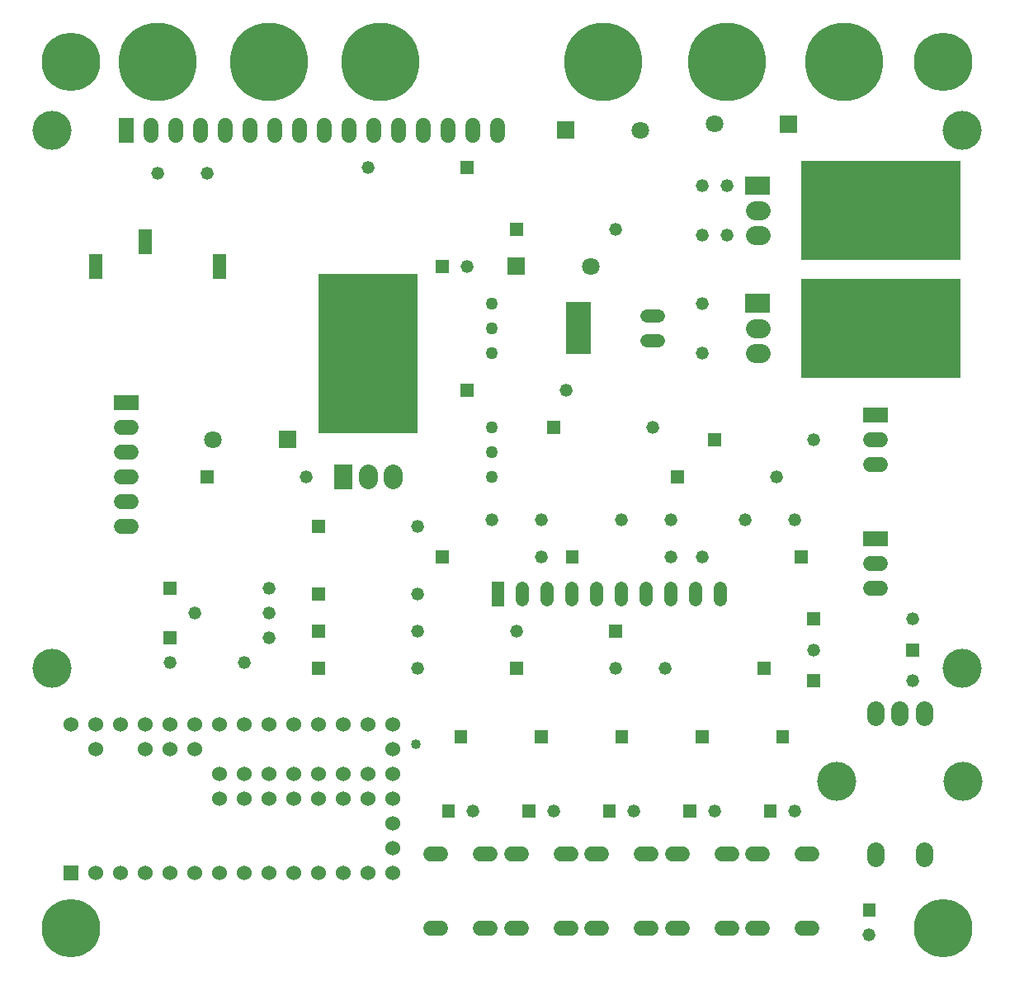
<source format=gts>
%FSLAX24Y24*%
%MOIN*%
%ADD10C,0.0400*%
%ADD11C,0.0500*%
%ADD12C,0.0520*%
%ADD13C,0.0591*%
%ADD14C,0.0600*%
%ADD15C,0.0700*%
%ADD16C,0.0709*%
%ADD17C,0.0750*%
%ADD18C,0.1575*%
%ADD19C,0.2362*%
%ADD20C,0.3150*%
D10*
G01X15954Y9683D03*
D11*
G01X19000Y26500D03*
X19000Y27500D03*
X19000Y25500D03*
X19000Y21500D03*
X19000Y22500D03*
X19000Y20500D03*
D12*
G01X18250Y7000D03*
X36000Y12249D03*
X32000Y13500D03*
X24250Y18750D03*
X26250Y18750D03*
X30500Y20500D03*
X10000Y16000D03*
X24750Y7000D03*
X16000Y15750D03*
X27500Y27500D03*
X27500Y25500D03*
X28500Y30250D03*
X28500Y32250D03*
X26250Y17250D03*
X16000Y12749D03*
X29250Y18750D03*
X31250Y18750D03*
X24000Y30500D03*
X34250Y1999D03*
X13999Y33000D03*
X27500Y30250D03*
X27500Y32250D03*
X10000Y13999D03*
X21499Y7000D03*
X31250Y7000D03*
X7500Y32750D03*
X5499Y32750D03*
X18000Y29000D03*
X10000Y15000D03*
X7000Y15000D03*
X32000Y22000D03*
X21000Y17250D03*
X11500Y20500D03*
X25500Y22500D03*
X27500Y17250D03*
X22000Y24000D03*
X36000Y14750D03*
X28000Y7000D03*
X16000Y18500D03*
X19000Y18750D03*
X21000Y18750D03*
X26000Y12750D03*
X24000Y12749D03*
X20000Y14250D03*
X6000Y13000D03*
X9000Y13000D03*
X16000Y14250D03*
X25260Y26000D02*
X25740Y26000D01*
X25260Y27000D02*
X25740Y27000D01*
X20250Y15510D02*
X20250Y15990D01*
X24250Y15510D02*
X24250Y15990D01*
X25250Y15510D02*
X25250Y15990D01*
X23250Y15510D02*
X23250Y15990D01*
X26250Y15510D02*
X26250Y15990D01*
X28250Y15510D02*
X28250Y15990D01*
X27250Y15510D02*
X27250Y15990D01*
X21250Y15510D02*
X21250Y15990D01*
X22250Y15510D02*
X22250Y15990D01*
D13*
G01X14250Y34295D02*
X14250Y34704D01*
X9250Y34295D02*
X9250Y34704D01*
X7250Y34295D02*
X7250Y34704D01*
X12250Y34295D02*
X12250Y34704D01*
X19250Y34295D02*
X19250Y34704D01*
X6250Y34295D02*
X6250Y34704D01*
X8250Y34295D02*
X8250Y34704D01*
X11250Y34295D02*
X11250Y34704D01*
X16250Y34295D02*
X16250Y34704D01*
X15250Y34295D02*
X15250Y34704D01*
X5250Y34295D02*
X5250Y34704D01*
X18250Y34295D02*
X18250Y34704D01*
X17250Y34295D02*
X17250Y34704D01*
X10250Y34295D02*
X10250Y34704D01*
X13250Y34295D02*
X13250Y34704D01*
D14*
G01X11000Y4500D03*
X14000Y7500D03*
X3000Y4500D03*
X3000Y9500D03*
X14000Y4500D03*
X8000Y4500D03*
X13000Y8500D03*
X15000Y8500D03*
X11000Y10500D03*
X4000Y10500D03*
X15000Y10500D03*
X12000Y7500D03*
X9000Y7500D03*
X15000Y4500D03*
X12000Y10500D03*
X6000Y9500D03*
X7000Y10500D03*
X6000Y10500D03*
X13000Y4500D03*
X10000Y8500D03*
X3000Y10500D03*
X13000Y10500D03*
X5000Y10500D03*
X15000Y7500D03*
X11000Y7500D03*
X7000Y9500D03*
X12000Y8500D03*
X9000Y8500D03*
X13000Y7500D03*
X10000Y7500D03*
X5000Y4500D03*
X15000Y9500D03*
X15000Y5500D03*
X15000Y6500D03*
X5000Y9500D03*
X10000Y4500D03*
X7000Y4500D03*
X9000Y10500D03*
X8000Y8500D03*
X8000Y7500D03*
X14000Y8500D03*
X4000Y4500D03*
X6000Y4500D03*
X8000Y10500D03*
X11000Y8500D03*
X10000Y10500D03*
X12000Y4500D03*
X9000Y4500D03*
X14000Y10500D03*
X2000Y10500D03*
X31950Y5250D02*
X31550Y5250D01*
X31950Y2250D02*
X31550Y2250D01*
X29950Y5250D02*
X29550Y5250D01*
X29950Y2250D02*
X29550Y2250D01*
X34300Y16000D02*
X34700Y16000D01*
X34300Y17000D02*
X34700Y17000D01*
X25450Y5250D02*
X25050Y5250D01*
X25450Y2250D02*
X25050Y2250D01*
X23450Y5250D02*
X23050Y5250D01*
X23450Y2250D02*
X23050Y2250D01*
X18950Y5250D02*
X18550Y5250D01*
X18950Y2250D02*
X18550Y2250D01*
X16950Y5250D02*
X16550Y5250D01*
X16950Y2250D02*
X16550Y2250D01*
X34300Y21000D02*
X34700Y21000D01*
X34300Y22000D02*
X34700Y22000D01*
X4450Y19499D02*
X4050Y19499D01*
X4450Y18500D02*
X4050Y18500D01*
X4450Y21499D02*
X4050Y21499D01*
X4450Y20500D02*
X4050Y20500D01*
X4450Y22500D02*
X4050Y22500D01*
X28699Y5250D02*
X28300Y5250D01*
X28699Y2250D02*
X28300Y2250D01*
X26700Y5250D02*
X26300Y5250D01*
X26700Y2250D02*
X26300Y2250D01*
X22199Y5250D02*
X21799Y5250D01*
X22199Y2250D02*
X21799Y2250D01*
X20200Y5250D02*
X19800Y5250D01*
X20200Y2250D02*
X19800Y2250D01*
D15*
G01X36468Y5100D02*
X36468Y5399D01*
X34500Y10808D02*
X34500Y11108D01*
X34500Y5100D02*
X34500Y5399D01*
X36468Y10808D02*
X36468Y11108D01*
X35484Y10808D02*
X35484Y11108D01*
D16*
G01X7750Y22000D03*
X28000Y34749D03*
X23000Y29000D03*
X25000Y34500D03*
D17*
G01X14000Y20375D02*
X14000Y20625D01*
X15000Y20375D02*
X15000Y20625D01*
X29625Y30250D02*
X29875Y30250D01*
X29625Y31250D02*
X29875Y31250D01*
X29625Y25500D02*
X29875Y25500D01*
X29625Y26500D02*
X29875Y26500D01*
D18*
G01X1250Y12750D03*
X38000Y12750D03*
X1250Y34500D03*
X38000Y34500D03*
X32925Y8202D03*
X38043Y8202D03*
D19*
G01X37250Y37250D03*
X2000Y2250D03*
X37250Y2250D03*
X2000Y37250D03*
D20*
G01X23500Y37250D03*
X14500Y37250D03*
X33250Y37250D03*
X10000Y37250D03*
X28500Y37250D03*
X5500Y37250D03*
G36*
X17510Y7260D02*G01*
X16990Y7260D01*X16990Y6740D01*X17510Y6740D01*G37*
G36*
X23000Y26550D02*G01*
X22000Y26550D01*X22000Y25450D01*X23000Y25450D01*G37*
G36*
X23000Y27550D02*G01*
X22000Y27550D01*X22000Y26450D01*X23000Y26450D01*G37*
G36*
X32260Y12510D02*G01*
X31740Y12510D01*X31740Y11990D01*X32260Y11990D01*G37*
G36*
X2300Y4800D02*G01*
X1700Y4800D01*X1700Y4200D01*X2300Y4200D01*G37*
G36*
X4740Y29500D02*G01*
X5260Y29500D01*X5260Y30500D01*X4740Y30500D01*G37*
G36*
X7740Y28500D02*G01*
X8260Y28500D01*X8260Y29500D01*X7740Y29500D01*G37*
G36*
X2740Y28500D02*G01*
X3260Y28500D01*X3260Y29500D01*X2740Y29500D01*G37*
G36*
X10395Y21645D02*G01*
X11104Y21645D01*X11104Y22354D01*X10395Y22354D01*G37*
G36*
X35740Y13240D02*G01*
X36260Y13240D01*X36260Y13760D01*X35740Y13760D01*G37*
G36*
X21260Y10260D02*G01*
X20740Y10260D01*X20740Y9740D01*X21260Y9740D01*G37*
G36*
X26760Y20760D02*G01*
X26240Y20760D01*X26240Y20240D01*X26760Y20240D01*G37*
G36*
X35000Y17700D02*G01*
X35000Y18300D01*X34000Y18300D01*X34000Y17700D01*G37*
G36*
X6260Y16260D02*G01*
X5740Y16260D01*X5740Y15740D01*X6260Y15740D01*G37*
G36*
X24010Y7260D02*G01*
X23490Y7260D01*X23490Y6740D01*X24010Y6740D01*G37*
G36*
X12259Y16010D02*G01*
X11739Y16010D01*X11739Y15490D01*X12259Y15490D01*G37*
G36*
X18010Y10260D02*G01*
X17490Y10260D01*X17490Y9740D01*X18010Y9740D01*G37*
G36*
X35000Y22700D02*G01*
X35000Y23300D01*X34000Y23300D01*X34000Y22700D01*G37*
G36*
X22510Y17510D02*G01*
X21990Y17510D01*X21990Y16990D01*X22510Y16990D01*G37*
G36*
X12259Y13010D02*G01*
X11739Y13010D01*X11739Y12490D01*X12259Y12490D01*G37*
G36*
X31010Y10260D02*G01*
X30490Y10260D01*X30490Y9740D01*X31010Y9740D01*G37*
G36*
X16000Y26750D02*G01*
X12000Y26750D01*X12000Y22250D01*X16000Y22250D01*G37*
G36*
X16000Y28700D02*G01*
X12000Y28700D01*X12000Y26300D01*X16000Y26300D01*G37*
G36*
X13375Y21000D02*G01*
X12625Y21000D01*X12625Y20000D01*X13375Y20000D01*G37*
G36*
X20260Y30760D02*G01*
X19740Y30760D01*X19740Y30240D01*X20260Y30240D01*G37*
G36*
X4545Y35000D02*G01*
X3954Y35000D01*X3954Y34000D01*X4545Y34000D01*G37*
G36*
X34510Y2739D02*G01*
X34510Y3259D01*X33990Y3259D01*X33990Y2739D01*G37*
G36*
X17739Y32740D02*G01*
X18259Y32740D01*X18259Y33260D01*X17739Y33260D01*G37*
G36*
X6260Y14260D02*G01*
X5740Y14260D01*X5740Y13740D01*X6260Y13740D01*G37*
G36*
X3750Y23799D02*G01*
X3750Y23200D01*X4750Y23200D01*X4750Y23799D01*G37*
G36*
X30645Y34395D02*G01*
X31354Y34395D01*X31354Y35104D01*X30645Y35104D01*G37*
G36*
X20759Y7260D02*G01*
X20239Y7260D01*X20239Y6740D01*X20759Y6740D01*G37*
G36*
X20354Y29354D02*G01*
X19645Y29354D01*X19645Y28645D01*X20354Y28645D01*G37*
G36*
X30510Y7260D02*G01*
X29990Y7260D01*X29990Y6740D01*X30510Y6740D01*G37*
G36*
X24510Y10260D02*G01*
X23990Y10260D01*X23990Y9740D01*X24510Y9740D01*G37*
G36*
X17260Y29260D02*G01*
X16740Y29260D01*X16740Y28740D01*X17260Y28740D01*G37*
G36*
X27760Y10260D02*G01*
X27240Y10260D01*X27240Y9740D01*X27760Y9740D01*G37*
G36*
X28260Y22260D02*G01*
X27740Y22260D01*X27740Y21740D01*X28260Y21740D01*G37*
G36*
X30250Y31875D02*G01*
X30250Y32625D01*X29250Y32625D01*X29250Y31875D01*G37*
G36*
X36000Y29250D02*G01*
X36000Y33250D01*X31500Y33250D01*X31500Y29250D01*G37*
G36*
X37950Y29250D02*G01*
X37950Y33250D01*X35550Y33250D01*X35550Y29250D01*G37*
G36*
X22354Y34854D02*G01*
X21645Y34854D01*X21645Y34145D01*X22354Y34145D01*G37*
G36*
X17260Y17510D02*G01*
X16740Y17510D01*X16740Y16990D01*X17260Y16990D01*G37*
G36*
X7760Y20760D02*G01*
X7240Y20760D01*X7240Y20240D01*X7760Y20240D01*G37*
G36*
X21760Y22760D02*G01*
X21240Y22760D01*X21240Y22240D01*X21760Y22240D01*G37*
G36*
X31240Y16990D02*G01*
X31760Y16990D01*X31760Y17510D01*X31240Y17510D01*G37*
G36*
X18260Y24260D02*G01*
X17740Y24260D01*X17740Y23740D01*X18260Y23740D01*G37*
G36*
X32260Y15010D02*G01*
X31740Y15010D01*X31740Y14490D01*X32260Y14490D01*G37*
G36*
X27260Y7260D02*G01*
X26740Y7260D01*X26740Y6740D01*X27260Y6740D01*G37*
G36*
X12259Y18760D02*G01*
X11739Y18760D01*X11739Y18240D01*X12259Y18240D01*G37*
G36*
X29740Y12490D02*G01*
X30260Y12490D01*X30260Y13010D01*X29740Y13010D01*G37*
G36*
X20260Y13010D02*G01*
X19740Y13010D01*X19740Y12490D01*X20260Y12490D01*G37*
G36*
X23740Y13990D02*G01*
X24260Y13990D01*X24260Y14510D01*X23740Y14510D01*G37*
G36*
X12259Y14510D02*G01*
X11739Y14510D01*X11739Y13990D01*X12259Y13990D01*G37*
G36*
X19510Y16250D02*G01*
X18990Y16250D01*X18990Y15250D01*X19510Y15250D01*G37*
G36*
X30250Y27125D02*G01*
X30250Y27875D01*X29250Y27875D01*X29250Y27125D01*G37*
G36*
X36000Y24500D02*G01*
X36000Y28500D01*X31500Y28500D01*X31500Y24500D01*G37*
G36*
X37950Y24500D02*G01*
X37950Y28500D01*X35550Y28500D01*X35550Y24500D01*G37*
M02*

</source>
